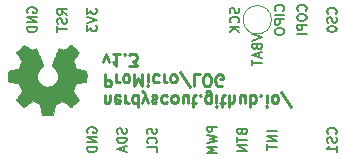
<source format=gbr>
%TF.GenerationSoftware,KiCad,Pcbnew,5.1.9+dfsg1-1~bpo10+1*%
%TF.CreationDate,Date%
%TF.ProjectId,LOG,4c4f472e-6b69-4636-9164-5f7063625858,v1.3*%
%TF.SameCoordinates,Original*%
%TF.FileFunction,Legend,Bot*%
%TF.FilePolarity,Positive*%
%FSLAX46Y46*%
G04 Gerber Fmt 4.6, Leading zero omitted, Abs format (unit mm)*
G04 Created by KiCad*
%MOMM*%
%LPD*%
G01*
G04 APERTURE LIST*
%ADD10C,0.200000*%
%ADD11C,0.250000*%
%ADD12C,0.010000*%
%ADD13C,0.120000*%
G04 APERTURE END LIST*
D10*
X21151904Y11474286D02*
X21951904Y11207620D01*
X21151904Y10940953D01*
X21532857Y10407620D02*
X21570952Y10293334D01*
X21609047Y10255239D01*
X21685238Y10217143D01*
X21799523Y10217143D01*
X21875714Y10255239D01*
X21913809Y10293334D01*
X21951904Y10369524D01*
X21951904Y10674286D01*
X21151904Y10674286D01*
X21151904Y10407620D01*
X21190000Y10331429D01*
X21228095Y10293334D01*
X21304285Y10255239D01*
X21380476Y10255239D01*
X21456666Y10293334D01*
X21494761Y10331429D01*
X21532857Y10407620D01*
X21532857Y10674286D01*
X21723333Y9912381D02*
X21723333Y9531429D01*
X21951904Y9988572D02*
X21151904Y9721905D01*
X21951904Y9455239D01*
X21151904Y9302858D02*
X21151904Y8845715D01*
X21951904Y9074286D02*
X21151904Y9074286D01*
X7220000Y3149524D02*
X7181904Y3225715D01*
X7181904Y3340000D01*
X7220000Y3454286D01*
X7296190Y3530477D01*
X7372380Y3568572D01*
X7524761Y3606667D01*
X7639047Y3606667D01*
X7791428Y3568572D01*
X7867619Y3530477D01*
X7943809Y3454286D01*
X7981904Y3340000D01*
X7981904Y3263810D01*
X7943809Y3149524D01*
X7905714Y3111429D01*
X7639047Y3111429D01*
X7639047Y3263810D01*
X7981904Y2768572D02*
X7181904Y2768572D01*
X7981904Y2311429D01*
X7181904Y2311429D01*
X7981904Y1930477D02*
X7181904Y1930477D01*
X7181904Y1740000D01*
X7220000Y1625715D01*
X7296190Y1549524D01*
X7372380Y1511429D01*
X7524761Y1473334D01*
X7639047Y1473334D01*
X7791428Y1511429D01*
X7867619Y1549524D01*
X7943809Y1625715D01*
X7981904Y1740000D01*
X7981904Y1930477D01*
X10483809Y3511429D02*
X10521904Y3397143D01*
X10521904Y3206667D01*
X10483809Y3130477D01*
X10445714Y3092381D01*
X10369523Y3054286D01*
X10293333Y3054286D01*
X10217142Y3092381D01*
X10179047Y3130477D01*
X10140952Y3206667D01*
X10102857Y3359048D01*
X10064761Y3435239D01*
X10026666Y3473334D01*
X9950476Y3511429D01*
X9874285Y3511429D01*
X9798095Y3473334D01*
X9760000Y3435239D01*
X9721904Y3359048D01*
X9721904Y3168572D01*
X9760000Y3054286D01*
X10521904Y2711429D02*
X9721904Y2711429D01*
X9721904Y2520953D01*
X9760000Y2406667D01*
X9836190Y2330477D01*
X9912380Y2292381D01*
X10064761Y2254286D01*
X10179047Y2254286D01*
X10331428Y2292381D01*
X10407619Y2330477D01*
X10483809Y2406667D01*
X10521904Y2520953D01*
X10521904Y2711429D01*
X10293333Y1949524D02*
X10293333Y1568572D01*
X10521904Y2025715D02*
X9721904Y1759048D01*
X10521904Y1492381D01*
X13023809Y3492381D02*
X13061904Y3378096D01*
X13061904Y3187620D01*
X13023809Y3111429D01*
X12985714Y3073334D01*
X12909523Y3035239D01*
X12833333Y3035239D01*
X12757142Y3073334D01*
X12719047Y3111429D01*
X12680952Y3187620D01*
X12642857Y3340000D01*
X12604761Y3416191D01*
X12566666Y3454286D01*
X12490476Y3492381D01*
X12414285Y3492381D01*
X12338095Y3454286D01*
X12300000Y3416191D01*
X12261904Y3340000D01*
X12261904Y3149524D01*
X12300000Y3035239D01*
X12985714Y2235239D02*
X13023809Y2273334D01*
X13061904Y2387620D01*
X13061904Y2463810D01*
X13023809Y2578096D01*
X12947619Y2654286D01*
X12871428Y2692381D01*
X12719047Y2730477D01*
X12604761Y2730477D01*
X12452380Y2692381D01*
X12376190Y2654286D01*
X12300000Y2578096D01*
X12261904Y2463810D01*
X12261904Y2387620D01*
X12300000Y2273334D01*
X12338095Y2235239D01*
X13061904Y1511429D02*
X13061904Y1892381D01*
X12261904Y1892381D01*
X18141904Y3663810D02*
X17341904Y3663810D01*
X17341904Y3359048D01*
X17380000Y3282858D01*
X17418095Y3244762D01*
X17494285Y3206667D01*
X17608571Y3206667D01*
X17684761Y3244762D01*
X17722857Y3282858D01*
X17760952Y3359048D01*
X17760952Y3663810D01*
X17341904Y2940000D02*
X18141904Y2749524D01*
X17570476Y2597143D01*
X18141904Y2444762D01*
X17341904Y2254286D01*
X18141904Y1949524D02*
X17341904Y1949524D01*
X17913333Y1682858D01*
X17341904Y1416191D01*
X18141904Y1416191D01*
X20262857Y3206667D02*
X20300952Y3092381D01*
X20339047Y3054286D01*
X20415238Y3016191D01*
X20529523Y3016191D01*
X20605714Y3054286D01*
X20643809Y3092381D01*
X20681904Y3168572D01*
X20681904Y3473334D01*
X19881904Y3473334D01*
X19881904Y3206667D01*
X19920000Y3130477D01*
X19958095Y3092381D01*
X20034285Y3054286D01*
X20110476Y3054286D01*
X20186666Y3092381D01*
X20224761Y3130477D01*
X20262857Y3206667D01*
X20262857Y3473334D01*
X19881904Y2787620D02*
X19881904Y2330477D01*
X20681904Y2559048D02*
X19881904Y2559048D01*
X20681904Y2063810D02*
X19881904Y2063810D01*
X20681904Y1606667D01*
X19881904Y1606667D01*
X23221904Y3263810D02*
X22421904Y3263810D01*
X23221904Y2882858D02*
X22421904Y2882858D01*
X23221904Y2425715D01*
X22421904Y2425715D01*
X22421904Y2159048D02*
X22421904Y1701905D01*
X23221904Y1930477D02*
X22421904Y1930477D01*
X28225714Y3054286D02*
X28263809Y3092381D01*
X28301904Y3206667D01*
X28301904Y3282858D01*
X28263809Y3397143D01*
X28187619Y3473334D01*
X28111428Y3511429D01*
X27959047Y3549524D01*
X27844761Y3549524D01*
X27692380Y3511429D01*
X27616190Y3473334D01*
X27540000Y3397143D01*
X27501904Y3282858D01*
X27501904Y3206667D01*
X27540000Y3092381D01*
X27578095Y3054286D01*
X28263809Y2749524D02*
X28301904Y2635239D01*
X28301904Y2444762D01*
X28263809Y2368572D01*
X28225714Y2330477D01*
X28149523Y2292381D01*
X28073333Y2292381D01*
X27997142Y2330477D01*
X27959047Y2368572D01*
X27920952Y2444762D01*
X27882857Y2597143D01*
X27844761Y2673334D01*
X27806666Y2711429D01*
X27730476Y2749524D01*
X27654285Y2749524D01*
X27578095Y2711429D01*
X27540000Y2673334D01*
X27501904Y2597143D01*
X27501904Y2406667D01*
X27540000Y2292381D01*
X28301904Y1530477D02*
X28301904Y1987620D01*
X28301904Y1759048D02*
X27501904Y1759048D01*
X27616190Y1835239D01*
X27692380Y1911429D01*
X27730476Y1987620D01*
X28225714Y13214286D02*
X28263809Y13252381D01*
X28301904Y13366667D01*
X28301904Y13442858D01*
X28263809Y13557143D01*
X28187619Y13633334D01*
X28111428Y13671429D01*
X27959047Y13709524D01*
X27844761Y13709524D01*
X27692380Y13671429D01*
X27616190Y13633334D01*
X27540000Y13557143D01*
X27501904Y13442858D01*
X27501904Y13366667D01*
X27540000Y13252381D01*
X27578095Y13214286D01*
X28263809Y12909524D02*
X28301904Y12795239D01*
X28301904Y12604762D01*
X28263809Y12528572D01*
X28225714Y12490477D01*
X28149523Y12452381D01*
X28073333Y12452381D01*
X27997142Y12490477D01*
X27959047Y12528572D01*
X27920952Y12604762D01*
X27882857Y12757143D01*
X27844761Y12833334D01*
X27806666Y12871429D01*
X27730476Y12909524D01*
X27654285Y12909524D01*
X27578095Y12871429D01*
X27540000Y12833334D01*
X27501904Y12757143D01*
X27501904Y12566667D01*
X27540000Y12452381D01*
X27501904Y11957143D02*
X27501904Y11880953D01*
X27540000Y11804762D01*
X27578095Y11766667D01*
X27654285Y11728572D01*
X27806666Y11690477D01*
X27997142Y11690477D01*
X28149523Y11728572D01*
X28225714Y11766667D01*
X28263809Y11804762D01*
X28301904Y11880953D01*
X28301904Y11957143D01*
X28263809Y12033334D01*
X28225714Y12071429D01*
X28149523Y12109524D01*
X27997142Y12147620D01*
X27806666Y12147620D01*
X27654285Y12109524D01*
X27578095Y12071429D01*
X27540000Y12033334D01*
X27501904Y11957143D01*
X25685714Y13461905D02*
X25723809Y13500000D01*
X25761904Y13614286D01*
X25761904Y13690477D01*
X25723809Y13804762D01*
X25647619Y13880953D01*
X25571428Y13919048D01*
X25419047Y13957143D01*
X25304761Y13957143D01*
X25152380Y13919048D01*
X25076190Y13880953D01*
X25000000Y13804762D01*
X24961904Y13690477D01*
X24961904Y13614286D01*
X25000000Y13500000D01*
X25038095Y13461905D01*
X24961904Y12966667D02*
X24961904Y12814286D01*
X25000000Y12738096D01*
X25076190Y12661905D01*
X25228571Y12623810D01*
X25495238Y12623810D01*
X25647619Y12661905D01*
X25723809Y12738096D01*
X25761904Y12814286D01*
X25761904Y12966667D01*
X25723809Y13042858D01*
X25647619Y13119048D01*
X25495238Y13157143D01*
X25228571Y13157143D01*
X25076190Y13119048D01*
X25000000Y13042858D01*
X24961904Y12966667D01*
X25761904Y12280953D02*
X24961904Y12280953D01*
X24961904Y11976191D01*
X25000000Y11900000D01*
X25038095Y11861905D01*
X25114285Y11823810D01*
X25228571Y11823810D01*
X25304761Y11861905D01*
X25342857Y11900000D01*
X25380952Y11976191D01*
X25380952Y12280953D01*
X25761904Y11480953D02*
X24961904Y11480953D01*
X23780714Y13461905D02*
X23818809Y13500000D01*
X23856904Y13614286D01*
X23856904Y13690477D01*
X23818809Y13804762D01*
X23742619Y13880953D01*
X23666428Y13919048D01*
X23514047Y13957143D01*
X23399761Y13957143D01*
X23247380Y13919048D01*
X23171190Y13880953D01*
X23095000Y13804762D01*
X23056904Y13690477D01*
X23056904Y13614286D01*
X23095000Y13500000D01*
X23133095Y13461905D01*
X23856904Y13119048D02*
X23056904Y13119048D01*
X23856904Y12738096D02*
X23056904Y12738096D01*
X23056904Y12433334D01*
X23095000Y12357143D01*
X23133095Y12319048D01*
X23209285Y12280953D01*
X23323571Y12280953D01*
X23399761Y12319048D01*
X23437857Y12357143D01*
X23475952Y12433334D01*
X23475952Y12738096D01*
X23056904Y11785715D02*
X23056904Y11633334D01*
X23095000Y11557143D01*
X23171190Y11480953D01*
X23323571Y11442858D01*
X23590238Y11442858D01*
X23742619Y11480953D01*
X23818809Y11557143D01*
X23856904Y11633334D01*
X23856904Y11785715D01*
X23818809Y11861905D01*
X23742619Y11938096D01*
X23590238Y11976191D01*
X23323571Y11976191D01*
X23171190Y11938096D01*
X23095000Y11861905D01*
X23056904Y11785715D01*
X20008809Y13728572D02*
X20046904Y13614286D01*
X20046904Y13423810D01*
X20008809Y13347620D01*
X19970714Y13309524D01*
X19894523Y13271429D01*
X19818333Y13271429D01*
X19742142Y13309524D01*
X19704047Y13347620D01*
X19665952Y13423810D01*
X19627857Y13576191D01*
X19589761Y13652381D01*
X19551666Y13690477D01*
X19475476Y13728572D01*
X19399285Y13728572D01*
X19323095Y13690477D01*
X19285000Y13652381D01*
X19246904Y13576191D01*
X19246904Y13385715D01*
X19285000Y13271429D01*
X19970714Y12471429D02*
X20008809Y12509524D01*
X20046904Y12623810D01*
X20046904Y12700000D01*
X20008809Y12814286D01*
X19932619Y12890477D01*
X19856428Y12928572D01*
X19704047Y12966667D01*
X19589761Y12966667D01*
X19437380Y12928572D01*
X19361190Y12890477D01*
X19285000Y12814286D01*
X19246904Y12700000D01*
X19246904Y12623810D01*
X19285000Y12509524D01*
X19323095Y12471429D01*
X20046904Y12128572D02*
X19246904Y12128572D01*
X20046904Y11671429D02*
X19589761Y12014286D01*
X19246904Y11671429D02*
X19704047Y12128572D01*
X7181904Y13690477D02*
X7181904Y13195239D01*
X7486666Y13461905D01*
X7486666Y13347620D01*
X7524761Y13271429D01*
X7562857Y13233334D01*
X7639047Y13195239D01*
X7829523Y13195239D01*
X7905714Y13233334D01*
X7943809Y13271429D01*
X7981904Y13347620D01*
X7981904Y13576191D01*
X7943809Y13652381D01*
X7905714Y13690477D01*
X7181904Y12966667D02*
X7981904Y12700000D01*
X7181904Y12433334D01*
X7181904Y12242858D02*
X7181904Y11747620D01*
X7486666Y12014286D01*
X7486666Y11900000D01*
X7524761Y11823810D01*
X7562857Y11785715D01*
X7639047Y11747620D01*
X7829523Y11747620D01*
X7905714Y11785715D01*
X7943809Y11823810D01*
X7981904Y11900000D01*
X7981904Y12128572D01*
X7943809Y12204762D01*
X7905714Y12242858D01*
X5441904Y13138096D02*
X5060952Y13404762D01*
X5441904Y13595239D02*
X4641904Y13595239D01*
X4641904Y13290477D01*
X4680000Y13214286D01*
X4718095Y13176191D01*
X4794285Y13138096D01*
X4908571Y13138096D01*
X4984761Y13176191D01*
X5022857Y13214286D01*
X5060952Y13290477D01*
X5060952Y13595239D01*
X5403809Y12833334D02*
X5441904Y12719048D01*
X5441904Y12528572D01*
X5403809Y12452381D01*
X5365714Y12414286D01*
X5289523Y12376191D01*
X5213333Y12376191D01*
X5137142Y12414286D01*
X5099047Y12452381D01*
X5060952Y12528572D01*
X5022857Y12680953D01*
X4984761Y12757143D01*
X4946666Y12795239D01*
X4870476Y12833334D01*
X4794285Y12833334D01*
X4718095Y12795239D01*
X4680000Y12757143D01*
X4641904Y12680953D01*
X4641904Y12490477D01*
X4680000Y12376191D01*
X4641904Y12147620D02*
X4641904Y11690477D01*
X5441904Y11919048D02*
X4641904Y11919048D01*
X2140000Y13309524D02*
X2101904Y13385715D01*
X2101904Y13500000D01*
X2140000Y13614286D01*
X2216190Y13690477D01*
X2292380Y13728572D01*
X2444761Y13766667D01*
X2559047Y13766667D01*
X2711428Y13728572D01*
X2787619Y13690477D01*
X2863809Y13614286D01*
X2901904Y13500000D01*
X2901904Y13423810D01*
X2863809Y13309524D01*
X2825714Y13271429D01*
X2559047Y13271429D01*
X2559047Y13423810D01*
X2901904Y12928572D02*
X2101904Y12928572D01*
X2901904Y12471429D01*
X2101904Y12471429D01*
X2901904Y12090477D02*
X2101904Y12090477D01*
X2101904Y11900000D01*
X2140000Y11785715D01*
X2216190Y11709524D01*
X2292380Y11671429D01*
X2444761Y11633334D01*
X2559047Y11633334D01*
X2711428Y11671429D01*
X2787619Y11709524D01*
X2863809Y11785715D01*
X2901904Y11900000D01*
X2901904Y12090477D01*
D11*
X8655595Y5655715D02*
X8655595Y6322381D01*
X8655595Y5750953D02*
X8703214Y5703334D01*
X8798452Y5655715D01*
X8941309Y5655715D01*
X9036547Y5703334D01*
X9084166Y5798572D01*
X9084166Y6322381D01*
X9941309Y6274762D02*
X9846071Y6322381D01*
X9655595Y6322381D01*
X9560357Y6274762D01*
X9512738Y6179524D01*
X9512738Y5798572D01*
X9560357Y5703334D01*
X9655595Y5655715D01*
X9846071Y5655715D01*
X9941309Y5703334D01*
X9988928Y5798572D01*
X9988928Y5893810D01*
X9512738Y5989048D01*
X10417500Y6322381D02*
X10417500Y5655715D01*
X10417500Y5846191D02*
X10465119Y5750953D01*
X10512738Y5703334D01*
X10607976Y5655715D01*
X10703214Y5655715D01*
X11465119Y6322381D02*
X11465119Y5322381D01*
X11465119Y6274762D02*
X11369880Y6322381D01*
X11179404Y6322381D01*
X11084166Y6274762D01*
X11036547Y6227143D01*
X10988928Y6131905D01*
X10988928Y5846191D01*
X11036547Y5750953D01*
X11084166Y5703334D01*
X11179404Y5655715D01*
X11369880Y5655715D01*
X11465119Y5703334D01*
X11846071Y5655715D02*
X12084166Y6322381D01*
X12322261Y5655715D02*
X12084166Y6322381D01*
X11988928Y6560477D01*
X11941309Y6608096D01*
X11846071Y6655715D01*
X12655595Y6274762D02*
X12750833Y6322381D01*
X12941309Y6322381D01*
X13036547Y6274762D01*
X13084166Y6179524D01*
X13084166Y6131905D01*
X13036547Y6036667D01*
X12941309Y5989048D01*
X12798452Y5989048D01*
X12703214Y5941429D01*
X12655595Y5846191D01*
X12655595Y5798572D01*
X12703214Y5703334D01*
X12798452Y5655715D01*
X12941309Y5655715D01*
X13036547Y5703334D01*
X13941309Y6274762D02*
X13846071Y6322381D01*
X13655595Y6322381D01*
X13560357Y6274762D01*
X13512738Y6227143D01*
X13465119Y6131905D01*
X13465119Y5846191D01*
X13512738Y5750953D01*
X13560357Y5703334D01*
X13655595Y5655715D01*
X13846071Y5655715D01*
X13941309Y5703334D01*
X14512738Y6322381D02*
X14417500Y6274762D01*
X14369880Y6227143D01*
X14322261Y6131905D01*
X14322261Y5846191D01*
X14369880Y5750953D01*
X14417500Y5703334D01*
X14512738Y5655715D01*
X14655595Y5655715D01*
X14750833Y5703334D01*
X14798452Y5750953D01*
X14846071Y5846191D01*
X14846071Y6131905D01*
X14798452Y6227143D01*
X14750833Y6274762D01*
X14655595Y6322381D01*
X14512738Y6322381D01*
X15703214Y5655715D02*
X15703214Y6322381D01*
X15274642Y5655715D02*
X15274642Y6179524D01*
X15322261Y6274762D01*
X15417500Y6322381D01*
X15560357Y6322381D01*
X15655595Y6274762D01*
X15703214Y6227143D01*
X16036547Y5655715D02*
X16417500Y5655715D01*
X16179404Y5322381D02*
X16179404Y6179524D01*
X16227023Y6274762D01*
X16322261Y6322381D01*
X16417500Y6322381D01*
X16750833Y6227143D02*
X16798452Y6274762D01*
X16750833Y6322381D01*
X16703214Y6274762D01*
X16750833Y6227143D01*
X16750833Y6322381D01*
X17655595Y5655715D02*
X17655595Y6465239D01*
X17607976Y6560477D01*
X17560357Y6608096D01*
X17465119Y6655715D01*
X17322261Y6655715D01*
X17227023Y6608096D01*
X17655595Y6274762D02*
X17560357Y6322381D01*
X17369880Y6322381D01*
X17274642Y6274762D01*
X17227023Y6227143D01*
X17179404Y6131905D01*
X17179404Y5846191D01*
X17227023Y5750953D01*
X17274642Y5703334D01*
X17369880Y5655715D01*
X17560357Y5655715D01*
X17655595Y5703334D01*
X18131785Y6322381D02*
X18131785Y5655715D01*
X18131785Y5322381D02*
X18084166Y5370000D01*
X18131785Y5417620D01*
X18179404Y5370000D01*
X18131785Y5322381D01*
X18131785Y5417620D01*
X18465119Y5655715D02*
X18846071Y5655715D01*
X18607976Y5322381D02*
X18607976Y6179524D01*
X18655595Y6274762D01*
X18750833Y6322381D01*
X18846071Y6322381D01*
X19179404Y6322381D02*
X19179404Y5322381D01*
X19607976Y6322381D02*
X19607976Y5798572D01*
X19560357Y5703334D01*
X19465119Y5655715D01*
X19322261Y5655715D01*
X19227023Y5703334D01*
X19179404Y5750953D01*
X20512738Y5655715D02*
X20512738Y6322381D01*
X20084166Y5655715D02*
X20084166Y6179524D01*
X20131785Y6274762D01*
X20227023Y6322381D01*
X20369880Y6322381D01*
X20465119Y6274762D01*
X20512738Y6227143D01*
X20988928Y6322381D02*
X20988928Y5322381D01*
X20988928Y5703334D02*
X21084166Y5655715D01*
X21274642Y5655715D01*
X21369880Y5703334D01*
X21417500Y5750953D01*
X21465119Y5846191D01*
X21465119Y6131905D01*
X21417500Y6227143D01*
X21369880Y6274762D01*
X21274642Y6322381D01*
X21084166Y6322381D01*
X20988928Y6274762D01*
X21893690Y6227143D02*
X21941309Y6274762D01*
X21893690Y6322381D01*
X21846071Y6274762D01*
X21893690Y6227143D01*
X21893690Y6322381D01*
X22369880Y6322381D02*
X22369880Y5655715D01*
X22369880Y5322381D02*
X22322261Y5370000D01*
X22369880Y5417620D01*
X22417500Y5370000D01*
X22369880Y5322381D01*
X22369880Y5417620D01*
X22988928Y6322381D02*
X22893690Y6274762D01*
X22846071Y6227143D01*
X22798452Y6131905D01*
X22798452Y5846191D01*
X22846071Y5750953D01*
X22893690Y5703334D01*
X22988928Y5655715D01*
X23131785Y5655715D01*
X23227023Y5703334D01*
X23274642Y5750953D01*
X23322261Y5846191D01*
X23322261Y6131905D01*
X23274642Y6227143D01*
X23227023Y6274762D01*
X23131785Y6322381D01*
X22988928Y6322381D01*
X24465119Y5274762D02*
X23607976Y6560477D01*
X8655595Y8072381D02*
X8655595Y7072381D01*
X9036547Y7072381D01*
X9131785Y7120000D01*
X9179404Y7167620D01*
X9227023Y7262858D01*
X9227023Y7405715D01*
X9179404Y7500953D01*
X9131785Y7548572D01*
X9036547Y7596191D01*
X8655595Y7596191D01*
X9655595Y8072381D02*
X9655595Y7405715D01*
X9655595Y7596191D02*
X9703214Y7500953D01*
X9750833Y7453334D01*
X9846071Y7405715D01*
X9941309Y7405715D01*
X10417500Y8072381D02*
X10322261Y8024762D01*
X10274642Y7977143D01*
X10227023Y7881905D01*
X10227023Y7596191D01*
X10274642Y7500953D01*
X10322261Y7453334D01*
X10417500Y7405715D01*
X10560357Y7405715D01*
X10655595Y7453334D01*
X10703214Y7500953D01*
X10750833Y7596191D01*
X10750833Y7881905D01*
X10703214Y7977143D01*
X10655595Y8024762D01*
X10560357Y8072381D01*
X10417500Y8072381D01*
X11179404Y8072381D02*
X11179404Y7072381D01*
X11512738Y7786667D01*
X11846071Y7072381D01*
X11846071Y8072381D01*
X12322261Y8072381D02*
X12322261Y7405715D01*
X12322261Y7072381D02*
X12274642Y7120000D01*
X12322261Y7167620D01*
X12369880Y7120000D01*
X12322261Y7072381D01*
X12322261Y7167620D01*
X13227023Y8024762D02*
X13131785Y8072381D01*
X12941309Y8072381D01*
X12846071Y8024762D01*
X12798452Y7977143D01*
X12750833Y7881905D01*
X12750833Y7596191D01*
X12798452Y7500953D01*
X12846071Y7453334D01*
X12941309Y7405715D01*
X13131785Y7405715D01*
X13227023Y7453334D01*
X13655595Y8072381D02*
X13655595Y7405715D01*
X13655595Y7596191D02*
X13703214Y7500953D01*
X13750833Y7453334D01*
X13846071Y7405715D01*
X13941309Y7405715D01*
X14417500Y8072381D02*
X14322261Y8024762D01*
X14274642Y7977143D01*
X14227023Y7881905D01*
X14227023Y7596191D01*
X14274642Y7500953D01*
X14322261Y7453334D01*
X14417500Y7405715D01*
X14560357Y7405715D01*
X14655595Y7453334D01*
X14703214Y7500953D01*
X14750833Y7596191D01*
X14750833Y7881905D01*
X14703214Y7977143D01*
X14655595Y8024762D01*
X14560357Y8072381D01*
X14417500Y8072381D01*
X15893690Y7024762D02*
X15036547Y8310477D01*
X16703214Y8072381D02*
X16227023Y8072381D01*
X16227023Y7072381D01*
X17227023Y7072381D02*
X17417500Y7072381D01*
X17512738Y7120000D01*
X17607976Y7215239D01*
X17655595Y7405715D01*
X17655595Y7739048D01*
X17607976Y7929524D01*
X17512738Y8024762D01*
X17417500Y8072381D01*
X17227023Y8072381D01*
X17131785Y8024762D01*
X17036547Y7929524D01*
X16988928Y7739048D01*
X16988928Y7405715D01*
X17036547Y7215239D01*
X17131785Y7120000D01*
X17227023Y7072381D01*
X18607976Y7120000D02*
X18512738Y7072381D01*
X18369880Y7072381D01*
X18227023Y7120000D01*
X18131785Y7215239D01*
X18084166Y7310477D01*
X18036547Y7500953D01*
X18036547Y7643810D01*
X18084166Y7834286D01*
X18131785Y7929524D01*
X18227023Y8024762D01*
X18369880Y8072381D01*
X18465119Y8072381D01*
X18607976Y8024762D01*
X18655595Y7977143D01*
X18655595Y7643810D01*
X18465119Y7643810D01*
X8560357Y9155715D02*
X8798452Y9822381D01*
X9036547Y9155715D01*
X9941309Y9822381D02*
X9369880Y9822381D01*
X9655595Y9822381D02*
X9655595Y8822381D01*
X9560357Y8965239D01*
X9465119Y9060477D01*
X9369880Y9108096D01*
X10369880Y9727143D02*
X10417500Y9774762D01*
X10369880Y9822381D01*
X10322261Y9774762D01*
X10369880Y9727143D01*
X10369880Y9822381D01*
X10750833Y8822381D02*
X11369880Y8822381D01*
X11036547Y9203334D01*
X11179404Y9203334D01*
X11274642Y9250953D01*
X11322261Y9298572D01*
X11369880Y9393810D01*
X11369880Y9631905D01*
X11322261Y9727143D01*
X11274642Y9774762D01*
X11179404Y9822381D01*
X10893690Y9822381D01*
X10798452Y9774762D01*
X10750833Y9727143D01*
D12*
%TO.C,LOGO1*%
G36*
X4365814Y5088931D02*
G01*
X4449635Y5533555D01*
X4758920Y5661053D01*
X5068206Y5788551D01*
X5439246Y5536246D01*
X5543157Y5465996D01*
X5637087Y5403272D01*
X5716652Y5350938D01*
X5777470Y5311857D01*
X5815157Y5288893D01*
X5825421Y5283942D01*
X5843910Y5296676D01*
X5883420Y5331882D01*
X5939522Y5385062D01*
X6007787Y5451718D01*
X6083786Y5527354D01*
X6163092Y5607472D01*
X6241275Y5687574D01*
X6313907Y5763164D01*
X6376559Y5829745D01*
X6424803Y5882818D01*
X6454210Y5917887D01*
X6461241Y5929623D01*
X6451123Y5951260D01*
X6422759Y5998662D01*
X6379129Y6067193D01*
X6323218Y6152215D01*
X6258006Y6249093D01*
X6220219Y6304350D01*
X6151343Y6405248D01*
X6090140Y6496299D01*
X6039578Y6572970D01*
X6002628Y6630728D01*
X5982258Y6665043D01*
X5979197Y6672254D01*
X5986136Y6692748D01*
X6005051Y6740513D01*
X6033087Y6808832D01*
X6067391Y6890989D01*
X6105109Y6980270D01*
X6143387Y7069958D01*
X6179370Y7153338D01*
X6210206Y7223694D01*
X6233039Y7274310D01*
X6245017Y7298471D01*
X6245724Y7299422D01*
X6264531Y7304036D01*
X6314618Y7314328D01*
X6390793Y7329287D01*
X6487865Y7347901D01*
X6600643Y7369159D01*
X6666442Y7381418D01*
X6786950Y7404362D01*
X6895797Y7426195D01*
X6987476Y7445722D01*
X7056481Y7461748D01*
X7097304Y7473079D01*
X7105511Y7476674D01*
X7113548Y7501006D01*
X7120033Y7555959D01*
X7124970Y7635108D01*
X7128364Y7732026D01*
X7130218Y7840287D01*
X7130538Y7953465D01*
X7129327Y8065135D01*
X7126590Y8168868D01*
X7122331Y8258241D01*
X7116555Y8326826D01*
X7109267Y8368197D01*
X7104895Y8376810D01*
X7078764Y8387133D01*
X7023393Y8401892D01*
X6946107Y8419352D01*
X6854230Y8437780D01*
X6822158Y8443741D01*
X6667524Y8472066D01*
X6545375Y8494876D01*
X6451673Y8513080D01*
X6382384Y8527583D01*
X6333471Y8539292D01*
X6300897Y8549115D01*
X6280628Y8557956D01*
X6268626Y8566724D01*
X6266947Y8568457D01*
X6250184Y8596371D01*
X6224614Y8650695D01*
X6192788Y8724777D01*
X6157260Y8811965D01*
X6120583Y8905608D01*
X6085311Y8999052D01*
X6053996Y9085647D01*
X6029193Y9158740D01*
X6013454Y9211678D01*
X6009332Y9237811D01*
X6009676Y9238726D01*
X6023641Y9260086D01*
X6055322Y9307084D01*
X6101391Y9374827D01*
X6158518Y9458423D01*
X6223373Y9552982D01*
X6241843Y9579854D01*
X6307699Y9677275D01*
X6365650Y9766163D01*
X6412538Y9841412D01*
X6445207Y9897920D01*
X6460500Y9930581D01*
X6461241Y9934593D01*
X6448392Y9955684D01*
X6412888Y9997464D01*
X6359293Y10055445D01*
X6292171Y10125135D01*
X6216087Y10202045D01*
X6135604Y10281683D01*
X6055287Y10359561D01*
X5979699Y10431186D01*
X5913405Y10492070D01*
X5860969Y10537721D01*
X5826955Y10563650D01*
X5817545Y10567883D01*
X5795643Y10557912D01*
X5750800Y10531020D01*
X5690321Y10491736D01*
X5643789Y10460117D01*
X5559475Y10402098D01*
X5459626Y10333784D01*
X5359473Y10265579D01*
X5305627Y10229075D01*
X5123371Y10105800D01*
X4970381Y10188520D01*
X4900682Y10224759D01*
X4841414Y10252926D01*
X4801311Y10268991D01*
X4791103Y10271226D01*
X4778829Y10254722D01*
X4754613Y10208082D01*
X4720263Y10135609D01*
X4677588Y10041606D01*
X4628394Y9930374D01*
X4574490Y9806215D01*
X4517684Y9673432D01*
X4459782Y9536327D01*
X4402593Y9399202D01*
X4347924Y9266358D01*
X4297584Y9142098D01*
X4253380Y9030725D01*
X4217119Y8936539D01*
X4190609Y8863844D01*
X4175658Y8816941D01*
X4173254Y8800833D01*
X4192311Y8780286D01*
X4234036Y8746933D01*
X4289706Y8707702D01*
X4294378Y8704599D01*
X4438264Y8589423D01*
X4554283Y8455053D01*
X4641430Y8305784D01*
X4698699Y8145913D01*
X4725086Y7979737D01*
X4719585Y7811552D01*
X4681190Y7645655D01*
X4608895Y7486342D01*
X4587626Y7451487D01*
X4476996Y7310737D01*
X4346302Y7197714D01*
X4200064Y7113003D01*
X4042808Y7057194D01*
X3879057Y7030874D01*
X3713333Y7034630D01*
X3550162Y7069050D01*
X3394065Y7134723D01*
X3249567Y7232235D01*
X3204869Y7271813D01*
X3091112Y7395703D01*
X3008218Y7526124D01*
X2951356Y7672315D01*
X2919687Y7817088D01*
X2911869Y7979860D01*
X2937938Y8143440D01*
X2995245Y8302298D01*
X3081144Y8450906D01*
X3192986Y8583735D01*
X3328123Y8695256D01*
X3345883Y8707011D01*
X3402150Y8745508D01*
X3444923Y8778863D01*
X3465372Y8800160D01*
X3465669Y8800833D01*
X3461279Y8823871D01*
X3443876Y8876157D01*
X3415268Y8953390D01*
X3377265Y9051268D01*
X3331674Y9165491D01*
X3280303Y9291758D01*
X3224962Y9425767D01*
X3167458Y9563218D01*
X3109601Y9699808D01*
X3053198Y9831237D01*
X3000058Y9953205D01*
X2951990Y10061409D01*
X2910801Y10151549D01*
X2878301Y10219323D01*
X2856297Y10260430D01*
X2847436Y10271226D01*
X2820360Y10262819D01*
X2769697Y10240272D01*
X2704183Y10207613D01*
X2668159Y10188520D01*
X2515168Y10105800D01*
X2332912Y10229075D01*
X2239875Y10292228D01*
X2138015Y10361727D01*
X2042562Y10427165D01*
X1994750Y10460117D01*
X1927505Y10505273D01*
X1870564Y10541057D01*
X1831354Y10562938D01*
X1818619Y10567563D01*
X1800083Y10555085D01*
X1759059Y10520252D01*
X1699525Y10466678D01*
X1625458Y10397983D01*
X1540835Y10317781D01*
X1487315Y10266286D01*
X1393681Y10174286D01*
X1312759Y10091999D01*
X1247823Y10022945D01*
X1202142Y9970644D01*
X1178989Y9938616D01*
X1176768Y9932116D01*
X1187076Y9907394D01*
X1215561Y9857405D01*
X1259063Y9787212D01*
X1314423Y9701875D01*
X1378480Y9606456D01*
X1396697Y9579854D01*
X1463073Y9483167D01*
X1522622Y9396117D01*
X1572016Y9323595D01*
X1607925Y9270493D01*
X1627019Y9241703D01*
X1628864Y9238726D01*
X1626105Y9215782D01*
X1611462Y9165336D01*
X1587487Y9094041D01*
X1556734Y9008547D01*
X1521756Y8915507D01*
X1485107Y8821574D01*
X1449339Y8733399D01*
X1417006Y8657634D01*
X1390662Y8600931D01*
X1372858Y8569943D01*
X1371593Y8568457D01*
X1360706Y8559601D01*
X1342318Y8550843D01*
X1312394Y8541277D01*
X1266897Y8529996D01*
X1201791Y8516093D01*
X1113039Y8498663D01*
X996607Y8476798D01*
X848458Y8449591D01*
X816382Y8443741D01*
X721314Y8425374D01*
X638435Y8407405D01*
X575070Y8391569D01*
X538542Y8379600D01*
X533644Y8376810D01*
X525573Y8352072D01*
X519013Y8296790D01*
X513967Y8217389D01*
X510441Y8120296D01*
X508439Y8011938D01*
X507964Y7898740D01*
X509023Y7787128D01*
X511618Y7683529D01*
X515754Y7594368D01*
X521437Y7526072D01*
X528669Y7485066D01*
X533029Y7476674D01*
X557302Y7468208D01*
X612574Y7454435D01*
X693338Y7436550D01*
X794088Y7415748D01*
X909317Y7393223D01*
X972098Y7381418D01*
X1091213Y7359151D01*
X1197435Y7338979D01*
X1285573Y7321915D01*
X1350434Y7308969D01*
X1386826Y7301155D01*
X1392816Y7299422D01*
X1402939Y7279890D01*
X1424338Y7232843D01*
X1454161Y7165003D01*
X1489555Y7083091D01*
X1527668Y6993828D01*
X1565647Y6903935D01*
X1600640Y6820135D01*
X1629794Y6749147D01*
X1650257Y6697694D01*
X1659177Y6672497D01*
X1659343Y6671396D01*
X1649231Y6651519D01*
X1620883Y6605777D01*
X1577277Y6538717D01*
X1521394Y6454884D01*
X1456213Y6358826D01*
X1418321Y6303650D01*
X1349275Y6202481D01*
X1287950Y6110630D01*
X1237337Y6032744D01*
X1200429Y5973469D01*
X1180218Y5937451D01*
X1177299Y5929377D01*
X1189847Y5910584D01*
X1224537Y5870457D01*
X1276937Y5813493D01*
X1342616Y5744185D01*
X1417144Y5667031D01*
X1496087Y5586525D01*
X1575017Y5507163D01*
X1649500Y5433440D01*
X1715106Y5369852D01*
X1767404Y5320894D01*
X1801961Y5291061D01*
X1813522Y5283942D01*
X1832346Y5293953D01*
X1877369Y5322078D01*
X1944213Y5365454D01*
X2028501Y5421218D01*
X2125856Y5486506D01*
X2199293Y5536246D01*
X2570333Y5788551D01*
X3188905Y5533555D01*
X3272725Y5088931D01*
X3356546Y4644307D01*
X4281994Y4644307D01*
X4365814Y5088931D01*
G37*
X4365814Y5088931D02*
X4449635Y5533555D01*
X4758920Y5661053D01*
X5068206Y5788551D01*
X5439246Y5536246D01*
X5543157Y5465996D01*
X5637087Y5403272D01*
X5716652Y5350938D01*
X5777470Y5311857D01*
X5815157Y5288893D01*
X5825421Y5283942D01*
X5843910Y5296676D01*
X5883420Y5331882D01*
X5939522Y5385062D01*
X6007787Y5451718D01*
X6083786Y5527354D01*
X6163092Y5607472D01*
X6241275Y5687574D01*
X6313907Y5763164D01*
X6376559Y5829745D01*
X6424803Y5882818D01*
X6454210Y5917887D01*
X6461241Y5929623D01*
X6451123Y5951260D01*
X6422759Y5998662D01*
X6379129Y6067193D01*
X6323218Y6152215D01*
X6258006Y6249093D01*
X6220219Y6304350D01*
X6151343Y6405248D01*
X6090140Y6496299D01*
X6039578Y6572970D01*
X6002628Y6630728D01*
X5982258Y6665043D01*
X5979197Y6672254D01*
X5986136Y6692748D01*
X6005051Y6740513D01*
X6033087Y6808832D01*
X6067391Y6890989D01*
X6105109Y6980270D01*
X6143387Y7069958D01*
X6179370Y7153338D01*
X6210206Y7223694D01*
X6233039Y7274310D01*
X6245017Y7298471D01*
X6245724Y7299422D01*
X6264531Y7304036D01*
X6314618Y7314328D01*
X6390793Y7329287D01*
X6487865Y7347901D01*
X6600643Y7369159D01*
X6666442Y7381418D01*
X6786950Y7404362D01*
X6895797Y7426195D01*
X6987476Y7445722D01*
X7056481Y7461748D01*
X7097304Y7473079D01*
X7105511Y7476674D01*
X7113548Y7501006D01*
X7120033Y7555959D01*
X7124970Y7635108D01*
X7128364Y7732026D01*
X7130218Y7840287D01*
X7130538Y7953465D01*
X7129327Y8065135D01*
X7126590Y8168868D01*
X7122331Y8258241D01*
X7116555Y8326826D01*
X7109267Y8368197D01*
X7104895Y8376810D01*
X7078764Y8387133D01*
X7023393Y8401892D01*
X6946107Y8419352D01*
X6854230Y8437780D01*
X6822158Y8443741D01*
X6667524Y8472066D01*
X6545375Y8494876D01*
X6451673Y8513080D01*
X6382384Y8527583D01*
X6333471Y8539292D01*
X6300897Y8549115D01*
X6280628Y8557956D01*
X6268626Y8566724D01*
X6266947Y8568457D01*
X6250184Y8596371D01*
X6224614Y8650695D01*
X6192788Y8724777D01*
X6157260Y8811965D01*
X6120583Y8905608D01*
X6085311Y8999052D01*
X6053996Y9085647D01*
X6029193Y9158740D01*
X6013454Y9211678D01*
X6009332Y9237811D01*
X6009676Y9238726D01*
X6023641Y9260086D01*
X6055322Y9307084D01*
X6101391Y9374827D01*
X6158518Y9458423D01*
X6223373Y9552982D01*
X6241843Y9579854D01*
X6307699Y9677275D01*
X6365650Y9766163D01*
X6412538Y9841412D01*
X6445207Y9897920D01*
X6460500Y9930581D01*
X6461241Y9934593D01*
X6448392Y9955684D01*
X6412888Y9997464D01*
X6359293Y10055445D01*
X6292171Y10125135D01*
X6216087Y10202045D01*
X6135604Y10281683D01*
X6055287Y10359561D01*
X5979699Y10431186D01*
X5913405Y10492070D01*
X5860969Y10537721D01*
X5826955Y10563650D01*
X5817545Y10567883D01*
X5795643Y10557912D01*
X5750800Y10531020D01*
X5690321Y10491736D01*
X5643789Y10460117D01*
X5559475Y10402098D01*
X5459626Y10333784D01*
X5359473Y10265579D01*
X5305627Y10229075D01*
X5123371Y10105800D01*
X4970381Y10188520D01*
X4900682Y10224759D01*
X4841414Y10252926D01*
X4801311Y10268991D01*
X4791103Y10271226D01*
X4778829Y10254722D01*
X4754613Y10208082D01*
X4720263Y10135609D01*
X4677588Y10041606D01*
X4628394Y9930374D01*
X4574490Y9806215D01*
X4517684Y9673432D01*
X4459782Y9536327D01*
X4402593Y9399202D01*
X4347924Y9266358D01*
X4297584Y9142098D01*
X4253380Y9030725D01*
X4217119Y8936539D01*
X4190609Y8863844D01*
X4175658Y8816941D01*
X4173254Y8800833D01*
X4192311Y8780286D01*
X4234036Y8746933D01*
X4289706Y8707702D01*
X4294378Y8704599D01*
X4438264Y8589423D01*
X4554283Y8455053D01*
X4641430Y8305784D01*
X4698699Y8145913D01*
X4725086Y7979737D01*
X4719585Y7811552D01*
X4681190Y7645655D01*
X4608895Y7486342D01*
X4587626Y7451487D01*
X4476996Y7310737D01*
X4346302Y7197714D01*
X4200064Y7113003D01*
X4042808Y7057194D01*
X3879057Y7030874D01*
X3713333Y7034630D01*
X3550162Y7069050D01*
X3394065Y7134723D01*
X3249567Y7232235D01*
X3204869Y7271813D01*
X3091112Y7395703D01*
X3008218Y7526124D01*
X2951356Y7672315D01*
X2919687Y7817088D01*
X2911869Y7979860D01*
X2937938Y8143440D01*
X2995245Y8302298D01*
X3081144Y8450906D01*
X3192986Y8583735D01*
X3328123Y8695256D01*
X3345883Y8707011D01*
X3402150Y8745508D01*
X3444923Y8778863D01*
X3465372Y8800160D01*
X3465669Y8800833D01*
X3461279Y8823871D01*
X3443876Y8876157D01*
X3415268Y8953390D01*
X3377265Y9051268D01*
X3331674Y9165491D01*
X3280303Y9291758D01*
X3224962Y9425767D01*
X3167458Y9563218D01*
X3109601Y9699808D01*
X3053198Y9831237D01*
X3000058Y9953205D01*
X2951990Y10061409D01*
X2910801Y10151549D01*
X2878301Y10219323D01*
X2856297Y10260430D01*
X2847436Y10271226D01*
X2820360Y10262819D01*
X2769697Y10240272D01*
X2704183Y10207613D01*
X2668159Y10188520D01*
X2515168Y10105800D01*
X2332912Y10229075D01*
X2239875Y10292228D01*
X2138015Y10361727D01*
X2042562Y10427165D01*
X1994750Y10460117D01*
X1927505Y10505273D01*
X1870564Y10541057D01*
X1831354Y10562938D01*
X1818619Y10567563D01*
X1800083Y10555085D01*
X1759059Y10520252D01*
X1699525Y10466678D01*
X1625458Y10397983D01*
X1540835Y10317781D01*
X1487315Y10266286D01*
X1393681Y10174286D01*
X1312759Y10091999D01*
X1247823Y10022945D01*
X1202142Y9970644D01*
X1178989Y9938616D01*
X1176768Y9932116D01*
X1187076Y9907394D01*
X1215561Y9857405D01*
X1259063Y9787212D01*
X1314423Y9701875D01*
X1378480Y9606456D01*
X1396697Y9579854D01*
X1463073Y9483167D01*
X1522622Y9396117D01*
X1572016Y9323595D01*
X1607925Y9270493D01*
X1627019Y9241703D01*
X1628864Y9238726D01*
X1626105Y9215782D01*
X1611462Y9165336D01*
X1587487Y9094041D01*
X1556734Y9008547D01*
X1521756Y8915507D01*
X1485107Y8821574D01*
X1449339Y8733399D01*
X1417006Y8657634D01*
X1390662Y8600931D01*
X1372858Y8569943D01*
X1371593Y8568457D01*
X1360706Y8559601D01*
X1342318Y8550843D01*
X1312394Y8541277D01*
X1266897Y8529996D01*
X1201791Y8516093D01*
X1113039Y8498663D01*
X996607Y8476798D01*
X848458Y8449591D01*
X816382Y8443741D01*
X721314Y8425374D01*
X638435Y8407405D01*
X575070Y8391569D01*
X538542Y8379600D01*
X533644Y8376810D01*
X525573Y8352072D01*
X519013Y8296790D01*
X513967Y8217389D01*
X510441Y8120296D01*
X508439Y8011938D01*
X507964Y7898740D01*
X509023Y7787128D01*
X511618Y7683529D01*
X515754Y7594368D01*
X521437Y7526072D01*
X528669Y7485066D01*
X533029Y7476674D01*
X557302Y7468208D01*
X612574Y7454435D01*
X693338Y7436550D01*
X794088Y7415748D01*
X909317Y7393223D01*
X972098Y7381418D01*
X1091213Y7359151D01*
X1197435Y7338979D01*
X1285573Y7321915D01*
X1350434Y7308969D01*
X1386826Y7301155D01*
X1392816Y7299422D01*
X1402939Y7279890D01*
X1424338Y7232843D01*
X1454161Y7165003D01*
X1489555Y7083091D01*
X1527668Y6993828D01*
X1565647Y6903935D01*
X1600640Y6820135D01*
X1629794Y6749147D01*
X1650257Y6697694D01*
X1659177Y6672497D01*
X1659343Y6671396D01*
X1649231Y6651519D01*
X1620883Y6605777D01*
X1577277Y6538717D01*
X1521394Y6454884D01*
X1456213Y6358826D01*
X1418321Y6303650D01*
X1349275Y6202481D01*
X1287950Y6110630D01*
X1237337Y6032744D01*
X1200429Y5973469D01*
X1180218Y5937451D01*
X1177299Y5929377D01*
X1189847Y5910584D01*
X1224537Y5870457D01*
X1276937Y5813493D01*
X1342616Y5744185D01*
X1417144Y5667031D01*
X1496087Y5586525D01*
X1575017Y5507163D01*
X1649500Y5433440D01*
X1715106Y5369852D01*
X1767404Y5320894D01*
X1801961Y5291061D01*
X1813522Y5283942D01*
X1832346Y5293953D01*
X1877369Y5322078D01*
X1944213Y5365454D01*
X2028501Y5421218D01*
X2125856Y5486506D01*
X2199293Y5536246D01*
X2570333Y5788551D01*
X3188905Y5533555D01*
X3272725Y5088931D01*
X3356546Y4644307D01*
X4281994Y4644307D01*
X4365814Y5088931D01*
D13*
%TO.C,TP1*%
X22790000Y12700000D02*
G75*
G03*
X22790000Y12700000I-1200000J0D01*
G01*
%TD*%
M02*

</source>
